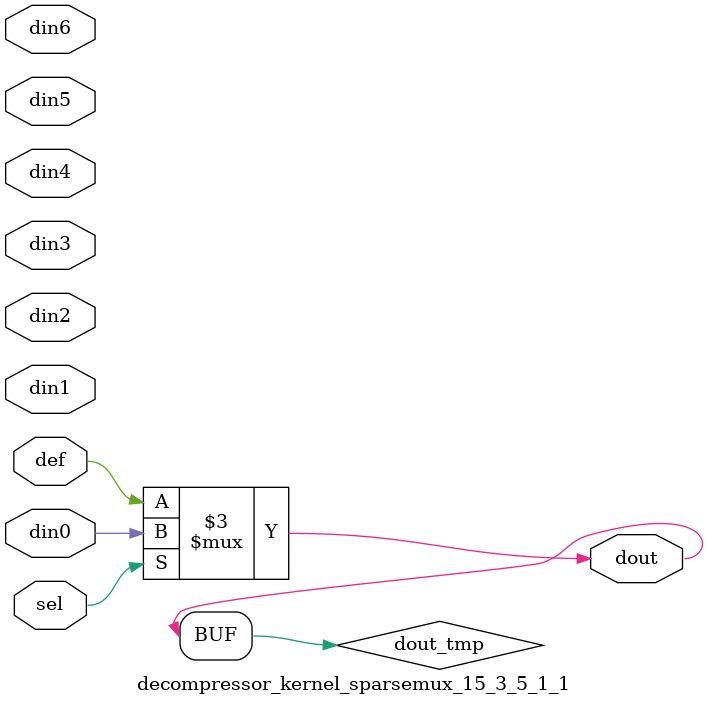
<source format=v>
`timescale 1ns / 1ps

module decompressor_kernel_sparsemux_15_3_5_1_1 (din0,din1,din2,din3,din4,din5,din6,def,sel,dout);

parameter din0_WIDTH = 1;

parameter din1_WIDTH = 1;

parameter din2_WIDTH = 1;

parameter din3_WIDTH = 1;

parameter din4_WIDTH = 1;

parameter din5_WIDTH = 1;

parameter din6_WIDTH = 1;

parameter def_WIDTH = 1;
parameter sel_WIDTH = 1;
parameter dout_WIDTH = 1;

parameter [sel_WIDTH-1:0] CASE0 = 1;

parameter [sel_WIDTH-1:0] CASE1 = 1;

parameter [sel_WIDTH-1:0] CASE2 = 1;

parameter [sel_WIDTH-1:0] CASE3 = 1;

parameter [sel_WIDTH-1:0] CASE4 = 1;

parameter [sel_WIDTH-1:0] CASE5 = 1;

parameter [sel_WIDTH-1:0] CASE6 = 1;

parameter ID = 1;
parameter NUM_STAGE = 1;



input [din0_WIDTH-1:0] din0;

input [din1_WIDTH-1:0] din1;

input [din2_WIDTH-1:0] din2;

input [din3_WIDTH-1:0] din3;

input [din4_WIDTH-1:0] din4;

input [din5_WIDTH-1:0] din5;

input [din6_WIDTH-1:0] din6;

input [def_WIDTH-1:0] def;
input [sel_WIDTH-1:0] sel;

output [dout_WIDTH-1:0] dout;



reg [dout_WIDTH-1:0] dout_tmp;

always @ (*) begin
case (sel)
    
    CASE0 : dout_tmp = din0;
    
    CASE1 : dout_tmp = din1;
    
    CASE2 : dout_tmp = din2;
    
    CASE3 : dout_tmp = din3;
    
    CASE4 : dout_tmp = din4;
    
    CASE5 : dout_tmp = din5;
    
    CASE6 : dout_tmp = din6;
    
    default : dout_tmp = def;
endcase
end


assign dout = dout_tmp;



endmodule

</source>
